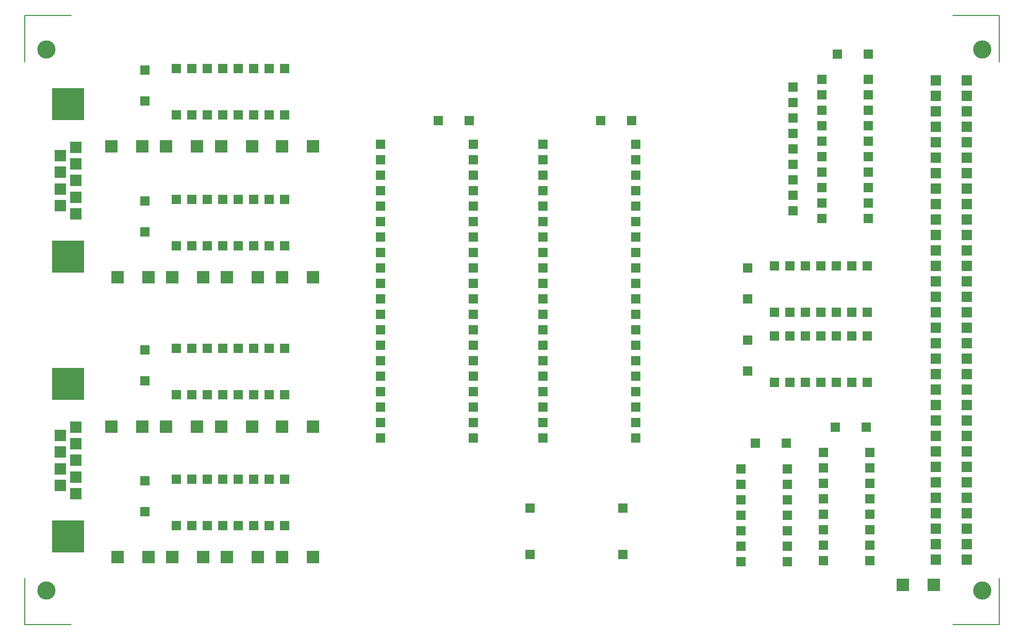
<source format=gbs>
G75*
G70*
%OFA0B0*%
%FSLAX24Y24*%
%IPPOS*%
%LPD*%
%AMOC8*
5,1,8,0,0,1.08239X$1,22.5*
%
%ADD10R,0.0640X0.0640*%
%ADD11C,0.0060*%
%ADD12R,0.0710X0.0710*%
%ADD13C,0.1180*%
%ADD14R,0.0830X0.0830*%
%ADD15R,0.0720X0.0720*%
%ADD16R,0.2080X0.2080*%
D10*
X014734Y013802D03*
X015734Y013802D03*
X016734Y013802D03*
X017734Y013802D03*
X018734Y013802D03*
X019734Y013802D03*
X020734Y013802D03*
X021734Y013802D03*
X021734Y016802D03*
X020734Y016802D03*
X019734Y016802D03*
X018734Y016802D03*
X017734Y016802D03*
X016734Y016802D03*
X015734Y016802D03*
X014734Y016802D03*
X012722Y016696D03*
X012722Y014696D03*
X014734Y022264D03*
X015734Y022264D03*
X016734Y022264D03*
X017734Y022264D03*
X018734Y022264D03*
X019734Y022264D03*
X020734Y022264D03*
X021734Y022264D03*
X021734Y025264D03*
X020734Y025264D03*
X019734Y025264D03*
X018734Y025264D03*
X017734Y025264D03*
X016734Y025264D03*
X015734Y025264D03*
X014734Y025264D03*
X012722Y025157D03*
X012722Y023157D03*
X014734Y031912D03*
X015734Y031912D03*
X016734Y031912D03*
X017734Y031912D03*
X018734Y031912D03*
X019734Y031912D03*
X020734Y031912D03*
X021734Y031912D03*
X021734Y034912D03*
X020734Y034912D03*
X019734Y034912D03*
X018734Y034912D03*
X017734Y034912D03*
X016734Y034912D03*
X015734Y034912D03*
X014734Y034912D03*
X012722Y034806D03*
X012722Y032806D03*
X014734Y040374D03*
X015734Y040374D03*
X016734Y040374D03*
X017734Y040374D03*
X018734Y040374D03*
X019734Y040374D03*
X020734Y040374D03*
X021734Y040374D03*
X021734Y043374D03*
X020734Y043374D03*
X019734Y043374D03*
X018734Y043374D03*
X017734Y043374D03*
X016734Y043374D03*
X015734Y043374D03*
X014734Y043374D03*
X012722Y043268D03*
X012722Y041268D03*
X027925Y038461D03*
X027925Y037461D03*
X027925Y036461D03*
X027925Y035461D03*
X027925Y034461D03*
X027925Y033461D03*
X027925Y032461D03*
X027925Y031461D03*
X027925Y030461D03*
X027925Y029461D03*
X027925Y028461D03*
X027925Y027461D03*
X027925Y026461D03*
X027925Y025461D03*
X027925Y024461D03*
X027925Y023461D03*
X027925Y022461D03*
X027925Y021461D03*
X027925Y020461D03*
X027925Y019461D03*
X033925Y019461D03*
X033925Y020461D03*
X033925Y021461D03*
X033925Y022461D03*
X033925Y023461D03*
X033925Y024461D03*
X033925Y025461D03*
X033925Y026461D03*
X033925Y027461D03*
X033925Y028461D03*
X033925Y029461D03*
X033925Y030461D03*
X033925Y031461D03*
X033925Y032461D03*
X033925Y033461D03*
X033925Y034461D03*
X033925Y035461D03*
X033925Y036461D03*
X033925Y037461D03*
X033925Y038461D03*
X033662Y040004D03*
X031662Y040004D03*
X038439Y038462D03*
X038439Y037462D03*
X038439Y036462D03*
X038439Y035462D03*
X038439Y034462D03*
X038439Y033462D03*
X038439Y032462D03*
X038439Y031462D03*
X038439Y030462D03*
X038439Y029462D03*
X038439Y028462D03*
X038439Y027462D03*
X038439Y026462D03*
X038439Y025462D03*
X038439Y024462D03*
X038439Y023462D03*
X038439Y022462D03*
X038439Y021462D03*
X038439Y020462D03*
X038439Y019462D03*
X037612Y014944D03*
X037612Y011944D03*
X043612Y011944D03*
X043612Y014944D03*
X044439Y019462D03*
X044439Y020462D03*
X044439Y021462D03*
X044439Y022462D03*
X044439Y023462D03*
X044439Y024462D03*
X044439Y025462D03*
X044439Y026462D03*
X044439Y027462D03*
X044439Y028462D03*
X044439Y029462D03*
X044439Y030462D03*
X044439Y031462D03*
X044439Y032462D03*
X044439Y033462D03*
X044439Y034462D03*
X044439Y035462D03*
X044439Y036462D03*
X044439Y037462D03*
X044439Y038462D03*
X044177Y040004D03*
X042177Y040004D03*
X054598Y040178D03*
X054598Y041178D03*
X054598Y042178D03*
X056473Y041678D03*
X056473Y040678D03*
X056473Y039678D03*
X056473Y038678D03*
X056473Y037678D03*
X056473Y036678D03*
X056473Y035678D03*
X056473Y034678D03*
X056473Y033678D03*
X054598Y034178D03*
X054598Y035178D03*
X054598Y036178D03*
X054598Y037178D03*
X054598Y038178D03*
X054598Y039178D03*
X056473Y042678D03*
X057473Y044303D03*
X059473Y044303D03*
X059473Y042678D03*
X059473Y041678D03*
X059473Y040678D03*
X059473Y039678D03*
X059473Y038678D03*
X059473Y037678D03*
X059473Y036678D03*
X059473Y035678D03*
X059473Y034678D03*
X059473Y033678D03*
X059395Y030621D03*
X058395Y030621D03*
X057395Y030621D03*
X056395Y030621D03*
X055395Y030621D03*
X054395Y030621D03*
X053395Y030621D03*
X051680Y030475D03*
X051680Y028475D03*
X053395Y027621D03*
X054395Y027621D03*
X055395Y027621D03*
X056395Y027621D03*
X057395Y027621D03*
X058395Y027621D03*
X059395Y027621D03*
X059395Y026075D03*
X058395Y026075D03*
X057395Y026075D03*
X056395Y026075D03*
X055395Y026075D03*
X054395Y026075D03*
X053395Y026075D03*
X051668Y025804D03*
X051668Y023804D03*
X053395Y023075D03*
X054395Y023075D03*
X055395Y023075D03*
X056395Y023075D03*
X057395Y023075D03*
X058395Y023075D03*
X059395Y023075D03*
X059354Y020167D03*
X059585Y018549D03*
X059585Y017549D03*
X059585Y016549D03*
X059585Y015549D03*
X059585Y014549D03*
X059585Y013549D03*
X059585Y012549D03*
X059585Y011549D03*
X056585Y011549D03*
X056585Y012549D03*
X056585Y013549D03*
X056585Y014549D03*
X056585Y015549D03*
X056585Y016549D03*
X056585Y017549D03*
X056585Y018549D03*
X057354Y020167D03*
X054174Y019127D03*
X054247Y017485D03*
X054247Y016485D03*
X054247Y015485D03*
X054247Y014485D03*
X054247Y013485D03*
X054247Y012485D03*
X054247Y011485D03*
X051247Y011485D03*
X051247Y012485D03*
X051247Y013485D03*
X051247Y014485D03*
X051247Y015485D03*
X051247Y016485D03*
X051247Y017485D03*
X052174Y019127D03*
D11*
X004948Y010423D02*
X004948Y007423D01*
X007948Y007423D01*
X004948Y043803D02*
X004948Y046803D01*
X007948Y046803D01*
X064948Y046803D02*
X067948Y046803D01*
X067948Y043803D01*
X067948Y010423D02*
X067948Y007423D01*
X064948Y007423D01*
D12*
X065848Y011613D03*
X065848Y012613D03*
X065848Y013613D03*
X065848Y014613D03*
X065848Y015613D03*
X065848Y016613D03*
X065848Y017613D03*
X065848Y018613D03*
X065848Y019613D03*
X065848Y020613D03*
X065848Y021613D03*
X065848Y022613D03*
X065848Y023613D03*
X065848Y024613D03*
X065848Y025613D03*
X065848Y026613D03*
X065848Y027613D03*
X065848Y028613D03*
X065848Y029613D03*
X065848Y030613D03*
X065848Y031613D03*
X065848Y032613D03*
X065848Y033613D03*
X065848Y034613D03*
X065848Y035613D03*
X065848Y036613D03*
X065848Y037613D03*
X065848Y038613D03*
X065848Y039613D03*
X065848Y040613D03*
X065848Y041613D03*
X065848Y042613D03*
X063848Y042613D03*
X063848Y041613D03*
X063848Y040613D03*
X063848Y039613D03*
X063848Y038613D03*
X063848Y037613D03*
X063848Y036613D03*
X063848Y035613D03*
X063848Y034613D03*
X063848Y033613D03*
X063848Y032613D03*
X063848Y031613D03*
X063848Y030613D03*
X063848Y029613D03*
X063848Y028613D03*
X063848Y027613D03*
X063848Y026613D03*
X063848Y025613D03*
X063848Y024613D03*
X063848Y023613D03*
X063848Y022613D03*
X063848Y021613D03*
X063848Y020613D03*
X063848Y019613D03*
X063848Y018613D03*
X063848Y017613D03*
X063848Y016613D03*
X063848Y015613D03*
X063848Y014613D03*
X063848Y013613D03*
X063848Y012613D03*
X063848Y011613D03*
D13*
X066848Y009613D03*
X066848Y044613D03*
X006348Y044613D03*
X006348Y009613D03*
D14*
X010934Y011759D03*
X012934Y011759D03*
X014478Y011759D03*
X016478Y011759D03*
X018021Y011759D03*
X020021Y011759D03*
X021564Y011759D03*
X023564Y011759D03*
X023564Y020220D03*
X021564Y020220D03*
X019627Y020220D03*
X017627Y020220D03*
X016084Y020220D03*
X014084Y020220D03*
X012541Y020220D03*
X010541Y020220D03*
X010934Y029869D03*
X012934Y029869D03*
X014478Y029869D03*
X016478Y029869D03*
X018021Y029869D03*
X020021Y029869D03*
X021564Y029869D03*
X023564Y029869D03*
X023564Y038331D03*
X021564Y038331D03*
X019627Y038331D03*
X017627Y038331D03*
X016084Y038331D03*
X014084Y038331D03*
X012541Y038331D03*
X010541Y038331D03*
X061722Y009987D03*
X063722Y009987D03*
D15*
X008248Y015868D03*
X007248Y016408D03*
X008248Y016948D03*
X007248Y017488D03*
X008248Y018028D03*
X007248Y018568D03*
X008248Y019108D03*
X007248Y019648D03*
X008248Y020188D03*
X008248Y033968D03*
X007248Y034508D03*
X008248Y035048D03*
X007248Y035588D03*
X008248Y036128D03*
X007248Y036668D03*
X008248Y037208D03*
X007248Y037748D03*
X008248Y038288D03*
D16*
X007748Y041058D03*
X007748Y031198D03*
X007748Y022958D03*
X007748Y013098D03*
M02*

</source>
